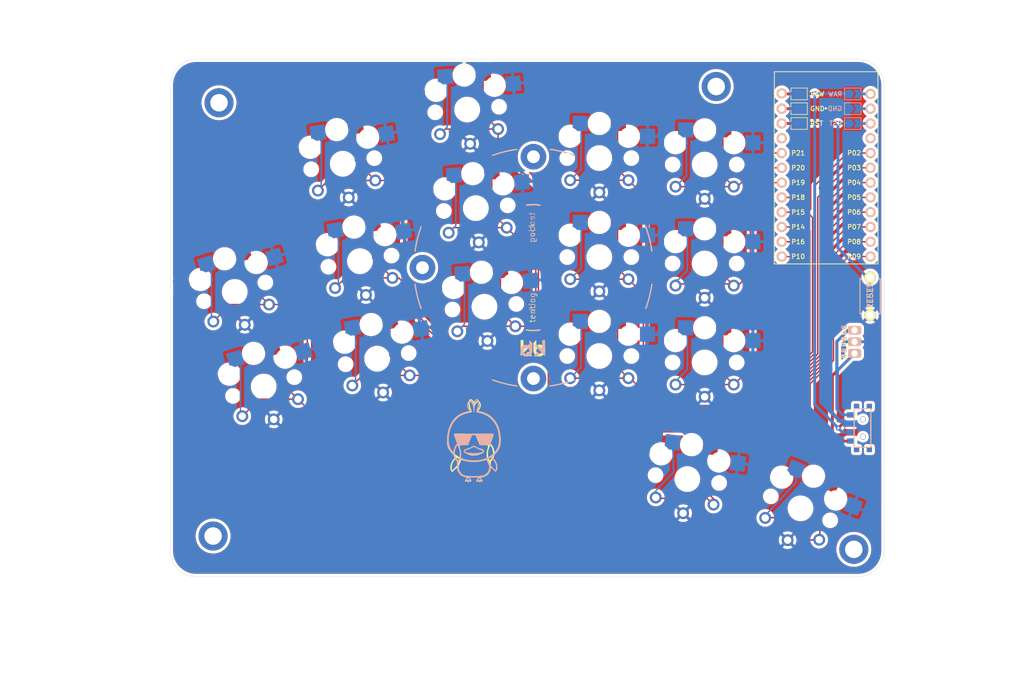
<source format=kicad_pcb>
(kicad_pcb (version 20211014) (generator pcbnew)
  (title_block (title "board") (rev "v1.0.0") (company "Unknown"))
  (layers (0 "F.Cu" signal) (31 "B.Cu" signal) (34 "B.Paste" user) (35 "F.Paste" user) (36 "B.SilkS" user "B.Silkscreen") (37 "F.SilkS" user "F.Silkscreen") (38 "B.Mask" user) (39 "F.Mask" user) (44 "Edge.Cuts" user))
  (net 0 "")
  (net 1 "P6")
  (net 2 "GND")
  (net 3 "P5")
  (net 4 "P4")
  (net 5 "P3")
  (net 6 "P2")
  (net 7 "P18")
  (net 8 "P15")
  (net 9 "P14")
  (net 10 "P16")
  (net 11 "P10")
  (net 12 "P19")
  (net 13 "P20")
  (net 14 "P21")
  (net 15 "P7")
  (net 16 "P8")
  (net 17 "P9")
  (net 18 "RAW")
  (net 19 "RST")
  (net 20 "Braw")
  (footprint "kbd:ResetSW" (layer "F.Cu") (at 161.906791 -81.993254 90)
    (fp_text reference "B1" hide)
    (fp_text value "")
  )
  (footprint "Alaa:choc_hotswap_key" (layer "F.Cu") (at 71.38711 -104.745067 10)
    (fp_text reference "S11" hide)
    (fp_text value "" hide)
  )
  (footprint "Alaa:choc_hotswap_key" (layer "F.Cu") (at 94.221643 -97.114167 5)
    (fp_text reference "S15" hide)
    (fp_text value "" hide)
  )
  (footprint "Alaa:choc_hotswap_key" (layer "F.Cu") (at 115.424791 -88.712254)
    (fp_text reference "S21" hide)
    (fp_text value "" hide)
  )
  (footprint "" (layer "F.Cu") (at 49.130791 -40.793254)
    (fp_text reference "")
    (fp_text value "")
  )
  (footprint "E73:SPDT_C128955" (layer "F.Cu") (at 160.679791 -59.352254 -90)
    (fp_text reference "T1" hide)
    (fp_text value "" hide)
  )
  (footprint "E73:SPDT_C128955" (layer "F.Cu") (at 160.679791 -59.352254 -90)
    (fp_text reference "T2" hide)
    (fp_text value "" hide)
  )
  (footprint "Alaa:choc_hotswap_key" (layer "F.Cu") (at 133.505791 -87.611491)
    (fp_text reference "S29" hide)
    (fp_text value "" hide)
  )
  (footprint "" (layer "F.Cu") (at 50.146791 -115.215254)
    (fp_text reference "")
    (fp_text value "")
  )
  (footprint "LOGO" (layer "F.Cu") (at 93.819755 -55.859733)
    (fp_text reference "G***" hide)
    (fp_text value "LOGO" hide)
  )
  (footprint "Alaa:choc_hotswap_key" (layer "F.Cu") (at 149.959314 -45.552845 -22)
    (fp_text reference "S33" hide)
    (fp_text value "" hide)
  )
  (footprint "Alaa:choc_hotswap_key" (layer "F.Cu") (at 77.291148 -71.261603 10)
    (fp_text reference "S7" hide)
    (fp_text value "" hide)
  )
  (footprint "lib:bat" (layer "F.Cu") (at 159.239791 -74.162254 -90)
    (fp_text reference "PAD1" hide)
    (fp_text value "" hide)
  )
  (footprint "Alaa:choc_hotswap_key" (layer "F.Cu") (at 52.842259 -82.729963 17)
    (fp_text reference "S5" hide)
    (fp_text value "" hide)
  )
  (footprint "Alaa:choc_hotswap_key" (layer "F.Cu") (at 133.505791 -70.611491)
    (fp_text reference "S27" hide)
    (fp_text value "" hide)
  )
  (footprint "Alaa:choc_hotswap_key" (layer "F.Cu") (at 74.339129 -88.003335 10)
    (fp_text reference "S9" hide)
    (fp_text value "" hide)
  )
  (footprint "Alaa:choc_hotswap_key" (layer "F.Cu") (at 95.703291 -80.178857 5)
    (fp_text reference "S13" hide)
    (fp_text value "" hide)
  )
  (footprint "Alaa:choc_hotswap_key" (layer "F.Cu") (at 133.513229 -104.608987)
    (fp_text reference "S23" hide)
    (fp_text value "" hide)
  )
  (footprint "Alaa:choc_hotswap_key" (layer "F.Cu") (at 92.739996 -114.049477 5)
    (fp_text reference "S17" hide)
    (fp_text value "" hide)
  )
  (footprint "" (layer "F.Cu") (at 159.112791 -38.507254)
    (fp_text reference "")
    (fp_text value "")
  )
  (footprint "" (layer "F.Cu") (at 135.490791 -118.009254)
    (fp_text reference "")
    (fp_text value "")
  )
  (footprint "Alaa:choc_hotswap_key" (layer "F.Cu") (at 130.533477 -50.576709 -7)
    (fp_text reference "S31" hide)
    (fp_text value "" hide)
  )
  (footprint "ProMicro" (layer "F.Cu") (at 154.357213 -102.769254 -90)
    (fp_text reference "MCU1" hide)
    (fp_text value "" hide)
  )
  (footprint "Alaa:choc_hotswap_key" (layer "F.Cu") (at 57.812578 -66.472782 17)
    (fp_text reference "S3" hide)
    (fp_text value "" hide)
  )
  (footprint "Alaa:Tenting_Puck_3_Holes" (layer "F.Cu") (at 104.121791 -86.894254)
    (fp_text reference "REF**")
    (fp_text value "Tenting Puck")
  )
  (footprint "Alaa:choc_hotswap_key" (layer "F.Cu") (at 115.424791 -105.712254)
    (fp_text reference "S23" hide)
    (fp_text value "" hide)
  )
  (footprint "Alaa:choc_hotswap_key" (layer "F.Cu") (at 115.424791 -71.712254)
    (fp_text reference "S19" hide)
    (fp_text value "" hide)
  )
  (footprint "LOGO" (layer "B.Cu") (at 93.98 -55.88 180)
    (fp_text reference "G***" hide)
    (fp_text value "LOGO" hide)
  )
  (gr_line (start 164.316185 -38.254903) (end 164.319791 -118.263254) (layer "Edge.Cuts") (width 0.05))
  (gr_arc (start 46.209791 -33.808254) (mid 43.066701 -35.110164) (end 41.764791 -38.253254) (layer "Edge.Cuts") (width 0.05))
  (gr_arc (start 159.874791 -122.708254) (mid 163.017881 -121.406344) (end 164.319791 -118.263254) (layer "Edge.Cuts") (width 0.05))
  (gr_line (start 46.209791 -33.808254) (end 159.871185 -33.809903) (layer "Edge.Cuts") (width 0.05))
  (gr_line (start 41.761149 -118.266118) (end 41.764791 -38.253254) (layer "Edge.Cuts") (width 0.05))
  (gr_line (start 159.874791 -122.708254) (end 46.206149 -122.711118) (layer "Edge.Cuts") (width 0.05))
  (gr_arc (start 41.761149 -118.266118) (mid 43.063059 -121.409208) (end 46.206149 -122.711118) (layer "Edge.Cuts") (width 0.05))
  (gr_arc (start 164.316185 -38.254903) (mid 163.014275 -35.111813) (end 159.871185 -33.809903) (layer "Edge.Cuts") (width 0.05))
  (segment (start 65.297412 -69.322588) (end 65.297412 -78.74) (width 0.25) (layer "F.Cu") (net 1))
  (segment (start 58.734795 -80.557863) (end 52.095465 -80.557863) (width 0.25) (layer "F.Cu") (net 1))
  (segment (start 54.234545 -89.377494) (end 54.234545 -85.058113) (width 0.25) (layer "F.Cu") (net 1))
  (segment (start 52.095465 -80.557863) (end 49.171748 -77.634146) (width 0.25) (layer "F.Cu") (net 1))
  (segment (start 54.234545 -85.058113) (end 58.734795 -80.557863) (width 0.25) (layer "F.Cu") (net 1))
  (segment (start 161.977213 -96.419254) (end 157.969791 -96.419254) (width 0.25) (layer "F.Cu") (net 1))
  (segment (start 63.479549 -80.557863) (end 58.734795 -80.557863) (width 0.25) (layer "F.Cu") (net 1))
  (segment (start 81.024544 -63.5) (end 71.12 -63.5) (width 0.25) (layer "F.Cu") (net 1))
  (segment (start 102.470863 -63.594774) (end 94.028116 -72.037521) (width 0.25) (layer "F.Cu") (net 1))
  (segment (start 108.879989 -60.800774) (end 106.085988 -63.594774) (width 0.25) (layer "F.Cu") (net 1))
  (segment (start 153.87619 -71.118807) (end 153.87619 -71.118089) (width 0.25) (layer "F.Cu") (net 1))
  (segment (start 125.012863 -59.149774) (end 123.361863 -60.800774) (width 0.25) (layer "F.Cu") (net 1))
  (segment (start 123.361863 -60.800774) (end 108.879989 -60.800774) (width 0.25) (layer "F.Cu") (net 1))
  (segment (start 89.562066 -72.037521) (end 81.024544 -63.5) (width 0.25) (layer "F.Cu") (net 1))
  (segment (start 65.297412 -78.74) (end 63.479549 -80.557863) (width 0.25) (layer "F.Cu") (net 1))
  (segment (start 154.628374 -93.117254) (end 154.268471 -92.757351) (width 0.25) (layer "F.Cu") (net 1))
  (segment (start 157.969791 -96.419254) (end 154.628374 -93.077837) (width 0.25) (layer "F.Cu") (net 1))
  (segment (start 153.87619 -71.118089) (end 141.907875 -59.149774) (width 0.25) (layer "F.Cu") (net 1))
  (segment (start 154.268471 -92.757351) (end 154.268471 -71.511089) (width 0.25) (layer "F.Cu") (net 1))
  (segment (start 94.028116 -72.037521) (end 89.562066 -72.037521) (width 0.25) (layer "F.Cu") (net 1))
  (segment (start 141.907875 -59.149774) (end 125.012863 -59.149774) (width 0.25) (layer "F.Cu") (net 1))
  (segment (start 154.268471 -71.511089) (end 153.87619 -71.118807) (width 0.25) (layer "F.Cu") (net 1))
  (segment (start 106.085988 -63.594774) (end 102.470863 -63.594774) (width 0.25) (layer "F.Cu") (net 1))
  (segment (start 71.12 -63.5) (end 65.297412 -69.322588) (width 0.25) (layer "F.Cu") (net 1))
  (segment (start 47.655954 -88.184596) (end 48.856953 -86.983597) (width 0.25) (layer "B.Cu") (net 1))
  (segment (start 48.856953 -86.983597) (end 48.856953 -78.356283) (width 0.25) (layer "B.Cu") (net 1))
  (segment (start 154.256703 -114.199254) (end 150.44369 -114.199254) (width 0.5) (layer "F.Cu") (net 2))
  (segment (start 154.304587 -114.247138) (end 154.256703 -114.199254) (width 0.5) (layer "F.Cu") (net 2))
  (via (at 154.304587 -114.247138) (size 0.8) (drill 0.4) (layers "F.Cu" "B.Cu") (net 2))
  (segment (start 154.329345 -114.22238) (end 154.352471 -114.199254) (width 0.5) (layer "B.Cu") (net 2))
  (segment (start 154.352471 -114.199254) (end 158.19369 -114.199254) (width 0.5) (layer "B.Cu") (net 2))
  (segment (start 89.375867 -72.487041) (end 94.214315 -72.487041) (width 0.25) (layer "F.Cu") (net 3))
  (segment (start 94.214315 -72.487041) (end 102.657062 -64.044294) (width 0.25) (layer "F.Cu") (net 3))
  (segment (start 106.272187 -64.044294) (end 109.066187 -61.250294) (width 0.25) (layer "F.Cu") (net 3))
  (segment (start 153.42667 -71.305005) (end 153.818951 -71.697286) (width 0.25) (layer "F.Cu") (net 3))
  (segment (start 102.657062 -64.044294) (end 106.272187 -64.044294) (width 0.25) (layer "F.Cu") (net 3))
  (segment (start 123.548061 -61.250294) (end 125.199061 -59.599294) (width 0.25) (layer "F.Cu") (net 3))
  (segment (start 109.066187 -61.250294) (end 123.548061 -61.250294) (width 0.25) (layer "F.Cu") (net 3))
  (segment (start 79.483187 -71.779437) (end 82.87505 -68.387574) (width 0.25) (layer "F.Cu") (net 3))
  (segment (start 153.818951 -94.808414) (end 157.969791 -98.959254) (width 0.25) (layer "F.Cu") (net 3))
  (segment (start 85.2764 -68.387574) (end 89.375867 -72.487041) (width 0.25) (layer "F.Cu") (net 3))
  (segment (start 82.87505 -68.387574) (end 74.763453 -68.387574) (width 0.25) (layer "F.Cu") (net 3))
  (segment (start 79.483187 -77.689907) (end 79.483187 -71.779437) (width 0.25) (layer "F.Cu") (net 3))
  (segment (start 153.818951 -71.697286) (end 153.818951 -94.808414) (width 0.25) (layer "F.Cu") (net 3))
  (segment (start 125.199061 -59.599294) (end 141.721677 -59.599294) (width 0.25) (layer "F.Cu") (net 3))
  (segment (start 74.763453 -68.387574) (end 73.026972 -66.651093) (width 0.25) (layer "F.Cu") (net 3))
  (segment (start 82.87505 -68.387574) (end 85.2764 -68.387574) (width 0.25) (layer "F.Cu") (net 3))
  (segment (start 157.969791 -98.959254) (end 161.977213 -98.959254) (width 0.25) (layer "F.Cu") (net 3))
  (segment (start 141.721677 -59.599294) (end 153.42667 -71.304287) (width 0.25) (layer "F.Cu") (net 3))
  (segment (start 153.42667 -71.304287) (end 153.42667 -71.305005) (width 0.25) (layer "F.Cu") (net 3))
  (segment (start 73.59045 -67.214571) (end 73.026972 -66.651093) (width 0.25) (layer "B.Cu") (net 3))
  (segment (start 73.032696 -76.552511) (end 73.59045 -75.994757) (width 0.25) (layer "B.Cu") (net 3))
  (segment (start 73.59045 -75.994757) (end 73.59045 -67.214571) (width 0.25) (layer "B.Cu") (net 3))
  (segment (start 76.531168 -88.521169) (end 79.923031 -85.129306) (width 0.25) (layer "F.Cu") (net 4))
  (segment (start 157.969791 -101.499254) (end 161.977213 -101.499254) (width 0.25) (layer "F.Cu") (net 4))
  (segment (start 76.531168 -94.431639) (end 76.531168 -88.521169) (width 0.25) (layer "F.Cu") (net 4))
  (segment (start 109.252385 -61.699814) (end 123.734258 -61.699814) (width 0.25) (layer "F.Cu") (net 4))
  (segment (start 102.843259 -64.493814) (end 106.458384 -64.493814) (width 0.25) (layer "F.Cu") (net 4))
  (segment (start 84.38648 -81.737565) (end 84.38648 -77.933067) (width 0.25) (layer "F.Cu") (net 4))
  (segment (start 152.97715 -71.491203) (end 153.369431 -71.883487) (width 0.25) (layer "F.Cu") (net 4))
  (segment (start 94.400512 -72.936561) (end 102.843259 -64.493814) (width 0.25) (layer "F.Cu") (net 4))
  (segment (start 153.369431 -96.852113) (end 153.698572 -97.181254) (width 0.25) (layer "F.Cu") (net 4))
  (segment (start 123.734258 -61.699814) (end 125.385258 -60.048814) (width 0.25) (layer "F.Cu") (net 4))
  (segment (start 84.38648 -77.933067) (end 89.382986 -72.936561) (width 0.25) (layer "F.Cu") (net 4))
  (segment (start 79.923031 -85.129306) (end 71.811434 -85.129306) (width 0.25) (layer "F.Cu") (net 4))
  (segment (start 141.535479 -60.048814) (end 152.97715 -71.490485) (width 0.25) (layer "F.Cu") (net 4))
  (segment (start 125.385258 -60.048814) (end 141.535479 -60.048814) (width 0.25) (layer "F.Cu") (net 4))
  (segment (start 106.458384 -64.493814) (end 109.252385 -61.699814) (width 0.25) (layer "F.Cu") (net 4))
  (segment (start 80.994739 -85.129306) (end 84.38648 -81.737565) (width 0.25) (layer "F.Cu") (net 4))
  (segment (start 152.97715 -71.490485) (end 152.97715 -71.491203) (width 0.25) (layer "F.Cu") (net 4))
  (segment (start 71.811434 -85.129306) (end 70.074953 -83.392825) (width 0.25) (layer "F.Cu") (net 4))
  (segment (start 79.923031 -85.129306) (end 80.994739 -85.129306) (width 0.25) (layer "F.Cu") (net 4))
  (segment (start 153.698572 -97.228035) (end 157.969791 -101.499254) (width 0.25) (layer "F.Cu") (net 4))
  (segment (start 153.369431 -71.883487) (end 153.369431 -96.852113) (width 0.25) (layer "F.Cu") (net 4))
  (segment (start 89.382986 -72.936561) (end 94.400512 -72.936561) (width 0.25) (layer "F.Cu") (net 4))
  (segment (start 70.638431 -83.956303) (end 70.074953 -83.392825) (width 0.25) (layer "B.Cu") (net 4))
  (segment (start 70.638431 -92.736489) (end 70.638431 -83.956303) (width 0.25) (layer "B.Cu") (net 4))
  (segment (start 70.080677 -93.294243) (end 70.638431 -92.736489) (width 0.25) (layer "B.Cu") (net 4))
  (segment (start 68.859415 -101.871038) (end 67.122934 -100.134557) (width 0.25) (layer "F.Cu") (net 5))
  (segment (start 103.029456 -64.943334) (end 106.644582 -64.943334) (width 0.25) (layer "F.Cu") (net 5))
  (segment (start 73.579149 -111.173371) (end 73.579149 -105.262901) (width 0.25) (layer "F.Cu") (net 5))
  (segment (start 89.569184 -73.386081) (end 94.586709 -73.386081) (width 0.25) (layer "F.Cu") (net 5))
  (segment (start 152.52763 -71.676683) (end 152.52763 -71.677401) (width 0.25) (layer "F.Cu") (net 5))
  (segment (start 84.836 -81.923762) (end 84.836 -78.119265) (width 0.25) (layer "F.Cu") (net 5))
  (segment (start 79.561162 -101.871038) (end 81.858703 -99.573497) (width 0.25) (layer "F.Cu") (net 5))
  (segment (start 76.971012 -101.871038) (end 79.561162 -101.871038) (width 0.25) (layer "F.Cu") (net 5))
  (segment (start 141.349281 -60.498334) (end 152.52763 -71.676683) (width 0.25) (layer "F.Cu") (net 5))
  (segment (start 123.920455 -62.149334) (end 125.571455 -60.498334) (width 0.25) (layer "F.Cu") (net 5))
  (segment (start 76.971012 -101.871038) (end 68.859415 -101.871038) (width 0.25) (layer "F.Cu") (net 5))
  (segment (start 152.919911 -72.069684) (end 152.919911 -98.989374) (width 0.25) (layer "F.Cu") (net 5))
  (segment (start 94.586709 -73.386081) (end 103.029456 -64.943334) (width 0.25) (layer "F.Cu") (net 5))
  (segment (start 152.919911 -98.989374) (end 157.969791 -104.039254) (width 0.25) (layer "F.Cu") (net 5))
  (segment (start 106.644582 -64.943334) (end 109.438583 -62.149334) (width 0.25) (layer "F.Cu") (net 5))
  (segment (start 157.969791 -104.039254) (end 161.977213 -104.039254) (width 0.25) (layer "F.Cu") (net 5))
  (segment (start 152.52763 -71.677401) (end 152.919911 -72.069684) (width 0.25) (layer "F.Cu") (net 5))
  (segment (start 109.438583 -62.149334) (end 123.920455 -62.149334) (width 0.25) (layer "F.Cu") (net 5))
  (segment (start 125.571455 -60.498334) (end 141.349281 -60.498334) (width 0.25) (layer "F.Cu") (net 5))
  (segment (start 81.858703 -99.573497) (end 81.858703 -84.90106) (width 0.25) (layer "F.Cu") (net 5))
  (segment (start 73.579149 -105.262901) (end 76.971012 -101.871038) (width 0.25) (layer "F.Cu") (net 5))
  (segment (start 84.836 -78.119265) (end 89.569184 -73.386081) (width 0.25) (layer "F.Cu") (net 5))
  (segment (start 81.858703 -84.90106) (end 84.836 -81.923762) (width 0.25) (layer "F.Cu") (net 5))
  (segment (start 67.686412 -100.698035) (end 67.122934 -100.134557) (width 0.25) (layer "B.Cu") (net 5))
  (segment (start 67.128658 -110.035975) (end 67.686412 -109.478221) (width 0.25) (layer "B.Cu") (net 5))
  (segment (start 67.686412 -109.478221) (end 67.686412 -100.698035) (width 0.25) (layer "B.Cu") (net 5))
  (segment (start 109.624781 -62.598854) (end 124.106656 -62.598854) (width 0.25) (layer "F.Cu") (net 6))
  (segment (start 91.925067 -76.829096) (end 91.053509 -75.957538) (width 0.25) (layer "F.Cu") (net 6))
  (segment (start 106.68 -65.543635) (end 109.624781 -62.598854) (width 0.25) (layer "F.Cu") (net 6))
  (segment (start 102.844128 -76.829096) (end 104.07916 -75.594064) (width 0.25) (layer "F.Cu") (net 6))
  (segment (start 157.969791 -106.579254) (end 161.977213 -106.579254) (width 0.25) (layer "F.Cu") (net 6))
  (segment (start 104.07916 -73.484347) (end 106.68 -70.883507) (width 0.25) (layer "F.Cu") (net 6))
  (segment (start 101.015456 -76.829096) (end 98.447252 -79.3973) (width 0.25) (layer "F.Cu") (net 6))
  (segment (start 104.07916 -75.594064) (end 104.07916 -73.484347) (width 0.25) (layer "F.Cu") (net 6))
  (segment (start 98.447252 -79.3973) (end 98.447252 -86.391651) (width 0.25) (layer "F.Cu") (net 6))
  (segment (start 141.163083 -60.947854) (end 152.07811 -71.862881) (width 0.25) (layer "F.Cu") (net 6))
  (segment (start 106.68 -70.883507) (end 106.68 -65.543635) (width 0.25) (layer "F.Cu") (net 6))
  (segment (start 124.106656 -62.598854) (end 125.757656 -60.947854) (width 0.25) (layer "F.Cu") (net 6))
  (segment (start 101.015456 -76.829096) (end 102.844128 -76.829096) (width 0.25) (layer "F.Cu") (net 6))
  (segment (start 152.07811 -71.863599) (end 152.470391 -72.255881) (width 0.25) (layer "F.Cu") (net 6))
  (segment (start 152.07811 -71.862881) (end 152.07811 -71.863599) (width 0.25) (layer "F.Cu") (net 6))
  (segment (start 125.757656 -60.947854) (end 141.163083 -60.947854) (width 0.25) (layer "F.Cu") (net 6))
  (segment (start 101.015456 -76.829096) (end 91.925067 -76.829096) (width 0.25) (layer "F.Cu") (net 6))
  (segment (start 152.799532 -101.408995) (end 157.969791 -106.579254) (width 0.25) (layer "F.Cu") (net 6))
  (segment (start 152.470391 -72.255881) (end 152.470391 -101.043113) (width 0.25) (layer "F.Cu") (net 6))
  (segment (start 152.470391 -101.043113) (end 152.799532 -101.372254) (width 0.25) (layer "F.Cu") (net 6))
  (segment (start 92.270004 -77.174033) (end 91.053509 -75.957538) (width 0.25) (layer "B.Cu") (net 6))
  (segment (start 91.922177 -85.82078) (end 92.270004 -85.472953) (width 0.25) (layer "B.Cu") (net 6))
  (segment (start 92.270004 -85.472953) (end 92.270004 -77.174033) (width 0.25) (layer "B.Cu") (net 6))
  (segment (start 99.533808 -93.764406) (end 90.443419 -93.764406) (width 0.25) (layer "F.Cu") (net 7))
  (segment (start 148.571791 -98.959254) (end 146.737213 -98.959254) (width 0.25) (layer "F.Cu") (net 7))
  (segment (start 96.965604 -96.33261) (end 99.533808 -93.764406) (width 0.25) (layer "F.Cu") (net 7))
  (segment (start 151.62859 -72.049797) (end 152.020871 -72.442078) (width 0.25) (layer "F.Cu") (net 7))
  (segment (start 107.12952 -71.069704) (end 107.12952 -65.729833) (width 0.25) (layer "F.Cu") (net 7))
  (segment (start 125.943853 -61.397374) (end 140.976885 -61.397374) (width 0.25) (layer "F.Cu") (net 7))
  (segment (start 152.020871 -95.510174) (end 148.571791 -98.959254) (width 0.25) (layer "F.Cu") (net 7))
  (segment (start 151.62859 -72.049079) (end 151.62859 -72.049797) (width 0.25) (layer "F.Cu") (net 7))
  (segment (start 104.52868 -73.670546) (end 107.12952 -71.069704) (width 0.25) (layer "F.Cu") (net 7))
  (segment (start 96.965604 -103.326961) (end 96.965604 -96.33261) (width 0.25) (layer "F.Cu") (net 7))
  (segment (start 152.020871 -72.442078) (end 152.020871 -95.510174) (width 0.25) (layer "F.Cu") (net 7))
  (segment (start 104.52868 -88.769534) (end 104.52868 -73.670546) (width 0.25) (layer "F.Cu") (net 7))
  (segment (start 140.976885 -61.397374) (end 151.62859 -72.049079) (width 0.25) (layer "F.Cu") (net 7))
  (segment (start 124.292853 -63.048374) (end 125.943853 -61.397374) (width 0.25) (layer "F.Cu") (net 7))
  (segment (start 90.443419 -93.764406) (end 89.571861 -92.892848) (width 0.25) (layer "F.Cu") (net 7))
  (segment (start 109.810979 -63.048374) (end 124.292853 -63.048374) (width 0.25) (layer "F.Cu") (net 7))
  (segment (start 107.12952 -65.729833) (end 109.810979 -63.048374) (width 0.25) (layer "F.Cu") (net 7))
  (segment (start 99.533808 -93.764406) (end 104.52868 -88.769534) (width 0.25) (layer "F.Cu") (net 7))
  (segment (start 90.788356 -94.109343) (end 89.571861 -92.892848) (width 0.25) (layer "B.Cu") (net 7))
  (segment (start 90.440529 -102.75609) (end 90.788356 -102.408263) (width 0.25) (layer "B.Cu") (net 7))
  (segment (start 90.788356 -102.408263) (end 90.788356 -94.109343) (width 0.25) (layer "B.Cu") (net 7))
  (segment (start 104.9782 -73.856744) (end 107.57904 -71.255902) (width 0.25) (layer "F.Cu") (net 8))
  (segment (start 104.9782 -100.61575) (end 104.9782 -73.856744) (width 0.25) (layer "F.Cu") (net 8))
  (segment (start 151.17907 -72.235995) (end 151.571351 -72.628278) (width 0.25) (layer "F.Cu") (net 8))
  (segment (start 95.483957 -120.262271) (end 95.483957 -113.26792) (width 0.25) (layer "F.Cu") (net 8))
  (segment (start 151.571351 -72.628278) (end 151.571351 -93.165694) (width 0.25) (layer "F.Cu") (net 8))
  (segment (start 124.47905 -63.497894) (end 126.13005 -61.846894) (width 0.25) (layer "F.Cu") (net 8))
  (segment (start 109.997177 -63.497894) (end 124.47905 -63.497894) (width 0.25) (layer "F.Cu") (net 8))
  (segment (start 151.571351 -93.165694) (end 148.317791 -96.419254) (width 0.25) (layer "F.Cu") (net 8))
  (segment (start 148.317791 -96.419254) (end 146.737213 -96.419254) (width 0.25) (layer "F.Cu") (net 8))
  (segment (start 98.052161 -107.541789) (end 104.9782 -100.61575) (width 0.25) (layer "F.Cu") (net 8))
  (segment (start 88.961772 -110.699716) (end 88.090214 -109.828158) (width 0.25) (layer "F.Cu") (net 8))
  (segment (start 107.57904 -65.916031) (end 109.997177 -63.497894) (width 0.25) (layer "F.Cu") (net 8))
  (segment (start 140.790687 -61.846894) (end 151.17907 -72.235277) (width 0.25) (layer "F.Cu") (net 8))
  (segment (start 98.052161 -110.699716) (end 88.961772 -110.699716) (width 0.25) (layer "F.Cu") (net 8))
  (segment (start 126.13005 -61.846894) (end 140.790687 -61.846894) (width 0.25) (layer "F.Cu") (net 8))
  (segment (start 95.483957 -113.26792) (end 98.052161 -110.699716) (width 0.25) (layer "F.Cu") (net 8))
  (segment (start 151.17907 -72.235277) (end 151.17907 -72.235995) (width 0.25) (layer "F.Cu") (net 8))
  (segment (start 107.57904 -71.255902) (end 107.57904 -65.916031) (width 0.25) (layer "F.Cu") (net 8))
  (segment (start 98.052161 -110.699716) (end 98.052161 -107.541789) (width 0.25) (layer "F.Cu") (net 8))
  (segment (start 89.306709 -111.044653) (end 88.090214 -109.828158) (width 0.25) (layer "B.Cu") (net 8))
  (segment (start 89.306709 -119.343573) (end 89.306709 -111.044653) (width 0.25) (layer "B.Cu") (net 8))
  (segment (start 88.958882 -119.6914) (end 89.306709 -119.343573) (width 0.25) (layer "B.Cu") (net 8))
  (segment (start 140.604489 -62.296414) (end 150.72955 -72.421475) (width 0.25) (layer "F.Cu") (net 9))
  (segment (start 120.424791 -67.912254) (end 120.700411 -67.912254) (width 0.25) (layer "F.Cu") (net 9))
  (segment (start 120.424791 -67.912254) (end 110.424791 -67.912254) (width 0.25) (layer "F.Cu") (net 9))
  (segment (start 118.55027 -77.512733) (end 118.55027 -69.786775) (width 0.25) (layer "F.Cu") (net 9))
  (segment (start 126.31625 -62.296414) (end 140.604489 -62.296414) (width 0.25) (layer "F.Cu") (net 9))
  (segment (start 148.190791 -93.879254) (end 146.737213 -93.879254) (width 0.25) (layer "F.Cu") (net 9))
  (segment (start 150.72955 -72.421475) (end 150.72955 -72.422193) (width 0.25) (layer "F.Cu") (net 9))
  (segment (start 151.121831 -72.814475) (end 151.121831 -90.948214) (width 0.25) (layer "F.Cu") (net 9))
  (segment (start 118.55027 -69.786775) (end 120.424791 -67.912254) (width 0.25) (layer "F.Cu") (net 9))
  (segment (start 120.700411 -67.912254) (end 126.31625 -62.296414) (width 0.25) (layer "F.Cu") (net 9))
  (segment (start 150.72955 -72.422193) (end 151.121831 -72.814475) (width 0.25) (layer "F.Cu") (net 9))
  (segment (start 151.121831 -90.948214) (end 148.190791 -93.879254) (width 0.25) (layer "F.Cu") (net 9))
  (segment (start 118.699791 -77.662254) (end 118.55027 -77.512733) (width 0.25) (layer "F.Cu") (net 9))
  (segment (start 112.299312 -78.055712) (end 112.299312 -69.786775) (width 0.25) (layer "B.Cu") (net 9))
  (segment (start 112.299312 -69.786775) (end 110.424791 -67.912254) (width 0.25) (layer "B.Cu") (net 9))
  (segment (start 148.317791 -91.339254) (end 146.737213 -91.339254) (width 0.25) (layer "F.Cu") (net 10))
  (segment (start 118.55027 -86.786775) (end 120.424791 -84.912254) (width 0.25) (layer "F.Cu") (net 10))
  (segment (start 110.424791 -84.912254) (end 120.424791 -84.912254) (width 0.25) (layer "F.Cu") (net 10))
  (segment (start 150.672311 -88.984734) (end 148.317791 -91.339254) (width 0.25) (layer "F.Cu") (net 10))
  (segment (start 150.28003 -72.608391) (end 150.672311 -73.000672) (width 0.25) (layer "F.Cu") (net 10))
  (segment (start 122.979898 -66.268484) (end 126.502448 -62.745934) (width 0.25) (layer "F.Cu") (net 10))
  (segment (start 118.55027 -94.512733) (end 118.55027 -86.786775) (width 0.25) (layer "F.Cu") (net 10))
  (segment (start 140.418291 -62.745934) (end 150.28003 -72.607673) (width 0.25) (layer "F.Cu") (net 10))
  (segment (start 126.502448 -62.745934) (end 140.418291 -62.745934) (width 0.25) (layer "F.Cu") (net 10))
  (segment (start 150.28003 -72.607673) (end 150.28003 -72.608391) (width 0.25) (layer "F.Cu") (net 10))
  (segment (start 150.672311 -73.000672) (end 150.672311 -88.984734) (width 0.25) (layer "F.Cu") (net 10))
  (segment (start 120.424791 -84.912254) (end 122.979898 -82.357147) (width 0.25) (layer "F.Cu") (net 10))
  (segment (start 122.979898 -82.357147) (end 122.979898 -66.268484) (width 0.25) (layer "F.Cu") (net 10))
  (segment (start 118.699791 -94.662254) (end 118.55027 -94.512733) (width 0.25) (layer "F.Cu") (net 10))
  (segment (start 112.299312 -95.055712) (end 112.299312 -86.786775) (width 0.25) (layer "B.Cu") (net 10))
  (segment (start 112.299312 -86.786775) (end 110.424791 -84.912254) (width 0.25) (layer "B.Cu") (net 10))
  (segment (start 118.55027 -111.512733) (end 118.55027 -103.786775) (width 0.25) (layer "F.Cu") (net 11))
  (segment (start 140.138389 -63.195454) (end 149.736806 -72.793871) (width 0.25) (layer "F.Cu") (net 11))
  (segment (start 150.222791 -86.894254) (end 148.317791 -88.799254) (width 0.25) (layer "F.Cu") (net 11))
  (segment (start 120.424791 -101.912254) (end 110.424791 -101.912254) (width 0.25) (layer "F.Cu") (net 11))
  (segment (start 118.699791 -111.662254) (end 118.55027 -111.512733) (width 0.25) (layer "F.Cu") (net 11))
  (segment (start 123.429418 -98.907627) (end 123.429418 -66.454682) (width 0.25) (layer "F.Cu") (net 11))
  (segment (start 120.424791 -101.912254) (end 123.429418 -98.907627) (width 0.25) (layer "F.Cu") (net 11))
  (segment (start 150.222791 -73.186869) (end 150.222791 -86.894254) (width 0.25) (layer "F.Cu") (net 11))
  (segment (start 126.688646 -63.195454) (end 140.232093 -63.195454) (width 0.25) (layer "F.Cu") (net 11))
  (segment (start 149.83051 -72.794589) (end 150.222791 -73.186869) (width 0.25) (layer "F.Cu") (net 11))
  (segment (start 149.83051 -72.793871) (end 149.83051 -72.794589) (width 0.25) (layer "F.Cu") (net 11))
  (segment (start 123.429418 -66.454682) (end 126.688646 -63.195454) (width 0.25) (layer "F.Cu") (net 11))
  (segment (start 148.317791 -88.799254) (end 146.737213 -88.799254) (width 0.25) (layer "F.Cu") (net 11))
  (segment (start 118.55027 -103.786775) (end 120.424791 -101.912254) (width 0.25) (layer "F.Cu") (net 11))
  (segment (start 112.299312 -103.786775) (end 110.424791 -101.912254) (width 0.25) (layer "B.Cu") (net 11))
  (segment (start 112.299312 -112.055712) (end 112.299312 -103.786775) (width 0.25) (layer "B.Cu") (net 11))
  (segment (start 145.396791 -101.499254) (end 146.737213 -101.499254) (width 0.25) (layer "F.Cu") (net 12))
  (segment (start 138.505791 -66.811491) (end 138.555324 -66.811491) (width 0.25) (layer "F.Cu") (net 12))
  (segment (start 136.617566 -68.699716) (end 136.617566 -77.385733) (width 0.25) (layer "F.Cu") (net 12))
  (segment (start 141.814698 -70.070865) (end 141.814698 -97.917161) (width 0.25) (layer "F.Cu") (net 12))
  (segment (start 138.505791 -66.811491) (end 136.617566 -68.699716) (width 0.25) (layer "F.Cu") (net 12))
  (segment (start 141.814698 -97.917161) (end 145.396791 -101.499254) (width 0.25) (layer "F.Cu") (net 12))
  (segment (start 128.505791 -66.811491) (end 138.505791 -66.811491) (width 0.25) (layer "F.Cu") (net 12))
  (segment (start 138.555324 -66.811491) (end 141.814698 -70.070865) (width 0.25) (layer "F.Cu") (net 12))
  (segment (start 130.546753 -69.40851) (end 128.352512 -67.214269) (width 0.25) (layer "B.Cu") (net 12))
  (segment (start 130.546753 -76.495028) (end 130.546753 -69.40851) (width 0.25) (layer "B.Cu") (net 12))
  (segment (start 141.365178 -100.642641) (end 141.365178 -85.948076) (width 0.25) (layer "F.Cu") (net 13))
  (segment (start 128.794554 -84.100254) (end 138.217028 -84.100254) (width 0.25) (layer "F.Cu") (net 13))
  (segment (start 144.761791 -104.039254) (end 141.365178 -100.642641) (width 0.25) (layer "F.Cu") (net 13))
  (segment (start 141.365178 -85.948076) (end 139.228593 -83.811491) (width 0.25) (layer "F.Cu") (net 13))
  (segment (start 139.228593 -83.811491) (end 138.505791 -83.811491) (width 0.25) (layer "F.Cu") (net 13))
  (segment (start 146.737213 -104.039254) (end 144.761791 -104.039254) (width 0.25) (layer "F.Cu") (net 13))
  (segment (start 128.505791 -83.811491) (end 128.794554 -84.100254) (width 0.25) (layer "F.Cu") (net 13))
  (segment (start 136.617566 -85.699716) (end 136.617566 -94.385733) (width 0.25) (layer "F.Cu") (net 13))
  (segment (start 138.217028 -84.100254) (end 138.505791 -83.811491) (width 0.25) (layer "F.Cu") (net 13))
  (segment (start 138.505791 -83.811491) (end 136.617566 -85.699716) (width 0.25) (layer "F.Cu") (net 13))
  (segment (start 130.546753 -93.495028) (end 130.546753 -86.40851) (width 0.25) (layer "B.Cu") (net 13))
  (segment (start 128.923497 -84.785254) (end 128.492087 -84.785254) (width 0.25) (layer "B.Cu") (net 13))
  (segment (start 130.546753 -86.40851) (end 128.923497 -84.785254) (width 0.25) (layer "B.Cu") (net 13))
  (segment (start 138.513229 -100.808987) (end 139.118524 -100.808987) (width 0.25) (layer "F.Cu") (net 14))
  (segment (start 136.788229 -110.558987) (end 136.638708 -110.409466) (width 0.25) (layer "F.Cu") (net 14))
  (segment (start 139.118524 -100.808987) (end 144.888791 -106.579254) (width 0.25) (layer "F.Cu") (net 14))
  (segment (start 144.888791 -106.579254) (end 146.737213 -106.579254) (width 0.25) (layer "F.Cu") (net 14))
  (segment (start 136.638708 -102.683508) (end 138.513229 -100.808987) (width 0.25) (layer "F.Cu") (net 14))
  (segment (start 138.513229 -100.808987) (end 128.513229 -100.808987) (width 0.25) (layer "F.Cu") (net 14))
  (segment (start 136.638708 -110.409466) (end 136.638708 -102.683508) (width 0.25) (layer "F.Cu") (net 14))
  (segment (start 130.38775 -102.683508) (end 128.513229 -100.808987) (width 0.25) (layer "B.Cu") (net 14))
  (segment (start 130.38775 -110.952445) (end 130.38775 -102.683508) (width 0.25) (layer "B.Cu") (net 14))
  (segment (start 123.175666 -60.351254) (end 108.693791 -60.351254) (width 0.25) (layer "F.Cu") (net 15))
  (segment (start 161.977213 -93.879254) (end 157.969791 -93.879254) (width 0.25) (layer "F.Cu") (net 15))
  (segment (start 154.717991 -90.598351) (end 154.717991 -71.324892) (width 0.25) (layer "F.Cu") (net 15))
  (segment (start 89.748263 -71.588001) (end 81.210741 -63.05048) (width 0.25) (layer "F.Cu") (net 15))
  (segment (start 93.841919 -71.588001) (end 89.748263 -71.588001) (width 0.25) (layer "F.Cu") (net 15))
  (segment (start 59.204864 -68.800932) (end 63.705114 -64.300682) (width 0.25) (layer "F.Cu") (net 15))
  (segment (start 142.094073 -58.700254) (end 124.826666 -58.700254) (width 0.25) (layer "F.Cu") (net 15))
  (segment (start 64.955316 -63.05048) (end 63.705114 -64.300682) (width 0.25) (layer "F.Cu") (net 15))
  (segment (start 105.899791 -63.145254) (end 102.284666 -63.145254) (width 0.25) (layer "F.Cu") (net 15))
  (segment (start 155.077894 -90.958254) (end 154.717991 -90.598351) (width 0.25) (layer "F.Cu") (net 15))
  (segment (start 124.826666 -58.700254) (end 123.175666 -60.351254) (width 0.25) (layer "F.Cu") (net 15))
  (segment (start 157.969791 -93.879254) (end 155.077894 -90.987357) (width 0.25) (layer "F.Cu") (net 15))
  (segment (start 102.284666 -63.145254) (end 93.841919 -71.588001) (width 0.25) (layer "F.Cu") (net 15))
  (segment (start 63.705114 -64.300682) (end 57.065784 -64.300682) (width 0.25) (layer "F.Cu") (net 15))
  (segment (start 108.693791 -60.351254) (end 105.899791 -63.145254) (width 0.25) (layer "F.Cu") (net 15))
  (segment (start 154.32571 -70.932609) (end 154.32571 -70.931891) (width 0.25) (layer "F.Cu") (net 15))
  (segment (start 57.065784 -64.300682) (end 54.142067 -61.376965) (width 0.25) (layer "F.Cu") (net 15))
  (segment (start 154.32571 -70.931891) (end 142.094073 -58.700254) (width 0.25) (layer "F.Cu") (net 15))
  (segment (start 59.204864 -73.120313) (end 59.204864 -68.800932) (width 0.25) (layer "F.Cu") (net 15))
  (segment (start 154.717991 -71.324892) (end 154.32571 -70.932609) (width 0.25) (layer "F.Cu") (net 15))
  (segment (start 81.210741 -63.05048) (end 64.955316 -63.05048) (width 0.25) (layer "F.Cu") (net 15))
  (segment (start 52.626273 -71.927415) (end 53.827272 -70.726416) (width 0.25) (layer "B.Cu") (net 15))
  (segment (start 53.827272 -70.726416) (end 53.827272 -62.099102) (width 0.25) (layer "B.Cu") (net 15))
  (segment (start 155.167511 -88.566351) (end 155.167511 -71.138692) (width 0.25) (layer "F.Cu") (net 16))
  (segment (start 134.997112 -47.226373) (end 135.033104 -46.195687) (width 0.25) (layer "F.Cu") (net 16))
  (segment (start 133.983179 -48.171881) (end 134.997112 -47.226373) (width 0.25) (layer "F.Cu") (net 16))
  (segment (start 154.77523 -70.745693) (end 142.28027 -58.250734) (width 0.25) (layer "F.Cu") (net 16))
  (segment (start 161.977213 -91.339254) (end 157.969791 -91.339254) (width 0.25) (layer "F.Cu") (net 16))
  (segment (start 134.641582 -56.835045) (end 134.641582 -56.301432) (width 0.25) (layer "F.Cu") (net 16))
  (segment (start 125.301791 -47.233334) (end 125.107643 -47.414379) (width 0.25) (layer "F.Cu") (net 16))
  (segment (start 136.057271 -58.250734) (end 134.641582 -56.835045) (width 0.25) (layer "F.Cu") (net 16))
  (segment (start 155.527414 -88.926254) (end 155.167511 -88.566351) (width 0.25) (layer "F.Cu") (net 16))
  (segment (start 154.77523 -70.746411) (end 154.77523 -70.745693) (width 0.25) (layer "F.Cu") (net 16))
  (segment (start 135.033104 -46.195687) (end 133.609266 -47.523437) (width 0.25) (layer "F.Cu") (net 16))
  (segment (start 133.609266 -47.523437) (end 125.301791 -47.233334) (width 0.25) (layer "F.Cu") (net 16))
  (segment (start 142.28027 -58.250734) (end 136.057271 -58.250734) (width 0.25) (layer "F.Cu") (net 16))
  (segment (start 155.167511 -71.138692) (end 154.77523 -70.746411) (width 0.25) (layer "F.Cu") (net 16))
  (segment (start 133.735867 -55.25395) (end 133.983179 -48.171881) (width 0.25) (layer "F.Cu") (net 16))
  (segment (start 157.969791 -91.339254) (end 155.527414 -88.896877) (width 0.25) (layer "F.Cu") (net 16))
  (segment (start 125.070101 -48.489448) (end 125.107643 -47.414379) (width 0.25) (layer "B.Cu") (net 16))
  (segment (start 128.184442 -51.829169) (end 125.070101 -48.489448) (width 0.25) (layer "B.Cu") (net 16))
  (segment (start 128.008011 -56.88148) (end 128.184442 -51.829169) (width 0.25) (layer "B.Cu") (net 16))
  (segment (start 155.22475 -49.842752) (end 153.067237 -47.529103) (width 0.25) (layer "F.Cu") (net 17))
  (segment (start 151.619791 -66.954536) (end 151.619791 -55.525254) (width 0.25) (layer "F.Cu") (net 17))
  (segment (start 155.22475 -70.560214) (end 155.22475 -70.559495) (width 0.25) (layer "F.Cu") (net 17))
  (segment (start 155.617031 -70.952495) (end 155.22475 -70.560214) (width 0.25) (layer "F.Cu") (net 17))
  (segment (start 151.619791 -55.525254) (end 155.22475 -51.920295) (width 0.25) (layer "F.Cu") (net 17))
  (segment (start 155.22475 -51.920295) (end 155.22475 -49.842752) (width 0.25) (layer "F.Cu") (net 17))
  (segment (start 158.223791 -88.799254) (end 155.617031 -86.192494) (width 0.25) (layer "F.Cu") (net 17))
  (segment (start 155.22475 -70.559495) (end 151.619791 -66.954536) (width 0.25) (layer "F.Cu") (net 17))
  (segment (start 153.319172 -40.314627) (end 153.171728 -40.156513) (width 0.25) (layer "F.Cu") (net 17))
  (segment (start 151.210951 -40.088042) (end 147.004114 -44.010981) (width 0.25) (layer "F.Cu") (net 17))
  (segment (start 155.617031 -86.192494) (end 155.617031 -70.952495) (width 0.25) (layer "F.Cu") (net 17))
  (segment (start 153.171728 -40.156513) (end 151.210951 -40.088042) (width 0.25) (layer "F.Cu") (net 17))
  (segment (start 147.004114 -44.010981) (end 143.89989 -43.902579) (width 0.25) (layer "F.Cu") (net 17))
  (segment (start 153.067237 -47.529103) (end 153.319172 -40.314627) (width 0.25) (layer "F.Cu") (net 17))
  (segment (start 161.977213 -88.799254) (end 158.223791 -88.799254) (width 0.25) (layer "F.Cu") (net 17))
  (segment (start 149.151696 -52.296425) (end 149.230549 -50.038366) (width 0.25) (layer "B.Cu") (net 17))
  (segment (start 149.230549 -50.038366) (end 143.885774 -44.306797) (width 0.25) (layer "B.Cu") (net 17))
  (segment (start 143.885774 -44.306797) (end 143.89989 -43.902579) (width 0.25) (layer "B.Cu") (net 17))
  (segment (start 152.372041 -116.781896) (end 150.419502 -116.781896) (width 0.5) (layer "F.Cu") (net 18))
  (segment (start 157.212791 -60.102254) (end 158.223791 -60.102254) (width 0.5) (layer "F.Cu") (net 18))
  (segment (start 152.4 -116.809855) (end 152.372041 -116.781896) (width 0.5) (layer "F.Cu") (net 18))
  (segment (start 156.445791 -59.335254) (end 157.212791 -60.102254) (width 0.5) (layer "F.Cu") (net 18))
  (via (at 152.4 -116.809855) (size 0.8) (drill 0.4) (layers "F.Cu" "B.Cu") (net 18))
  (via (at 156.445791 -59.335254) (size 0.8) (drill 0.4) (layers "F.Cu" "B.Cu") (net 18))
  (segment (start 158.19369 -116.739254) (end 158.123089 -116.809855) (width 0.5) (layer "B.Cu") (net 18))
  (segment (start 157.178791 -58.602254) (end 156.445791 -59.335254) (width 0.5) (layer "B.Cu") (net 18))
  (segment (start 158.123089 -116.809855) (end 152.4 -116.809855) (width 0.5) (layer "B.Cu") (net 18))
  (segment (start 152.4 -116.809855) (end 152.4 -63.381045) (width 0.5) (layer "B.Cu") (net 18))
  (segment (start 152.4 -63.381045) (end 156.445791 -59.335254) (width 0.5) (layer "B.Cu") (net 18))
  (segment (start 158.223791 -58.602254) (end 157.178791 -58.602254) (width 0.5) (layer "B.Cu") (net 18))
  (segment (start 150.466332 -111.681896) (end 150.44369 -111.659254) (width 0.5) (layer "F.Cu") (net 19))
  (segment (start 156.389782 -111.703058) (end 156.36862 -111.681896) (width 0.5) (layer "F.Cu") (net 19))
  (segment (start 156.36862 -111.681896) (end 150.466332 -111.681896) (width 0.5) (layer "F.Cu") (net 19))
  (via (at 156.389782 -111.703058) (size 0.8) (drill 0.4) (layers "F.Cu" "B.Cu") (net 19))
  (segment (start 156.433586 -111.659254) (end 158.19369 -111.659254) (width 0.5) (layer "B.Cu") (net 19))
  (segment (start 161.398791 -85.243254) (end 156.389782 -90.252263) (width 0.5) (layer "B.Cu") (net 19))
  (segment (start 161.906791 -85.243254) (end 161.398791 -85.243254) (width 0.5) (layer "B.Cu") (net 19))
  (segment (start 156.389782 -90.252263) (end 156.389782 -111.703058) (width 0.5) (layer "B.Cu") (net 19))
  (segment (start 156.389782 -111.703058) (end 156.433586 -111.659254) (width 0.5) (layer "B.Cu") (net 19))
  (segment (start 156.191551 -69.114014) (end 156.191551 -74.194014) (width 0.5) (layer "F.Cu") (net 20))
  (segment (start 155.429791 -68.352254) (end 156.191551 -69.114014) (width 0.5) (layer "F.Cu") (net 20))
  (segment (start 156.191551 -74.194014) (end 158.159791 -76.162254) (width 0.5) (layer "F.Cu") (net 20))
  (segment (start 155.429791 -58.065254) (end 155.429791 -68.352254) (width 0.5) (layer "F.Cu") (net 20))
  (segment (start 155.429791 -68.352254) (end 159.239791 -72.162254) (width 0.5) (layer "F.Cu") (net 20))
  (segment (start 158.159791 -76.162254) (end 159.239791 -76.162254) (width 0.5) (layer "F.Cu") (net 20))
  (segment (start 158.223791 -57.102254) (end 156.392791 -57.102254) (width 0.5) (layer "F.Cu") (net 20))
  (segment (start 156.392791 -57.102254) (end 155.429791 -58.065254) (width 0.5) (layer "F.Cu") (net 20))
  (segment (start 158.159791 -76.162254) (end 156.191791 -74.194254) (width 0.5) (layer "B.Cu") (net 20))
  (segment (start 156.191791 -74.194254) (end 156.191791 -62.637254) (width 0.5) (layer "B.Cu") (net 20))
  (segment (start 156.318791 -69.241254) (end 156.318791 -62.510254) (width 0.5) (layer "B.Cu") (net 20))
  (segment (start 156.191791 -62.637254) (end 156.318791 -62.510254) (width 0.5) (layer "B.Cu") (net 20))
  (segment (start 156.318791 -62.510254) (end 157.226791 -61.602254) (width 0.5) (layer "B.Cu") (net 20))
  (segment (start 159.239791 -72.162254) (end 156.318791 -69.241254) (width 0.5) (layer "B.Cu") (net 20))
  (segment (start 159.239791 -76.162254) (end 158.159791 -76.162254) (width 0.5) (layer "B.Cu") (net 20))
  (segment (start 157.226791 -61.602254) (end 158.223791 -61.602254) (width 0.5) (layer "B.Cu") (net 20))
  (zone (net 2) (net_name "GND") (layer "F.Cu") (connect_pads (clearance 0.508)) (min_thickness 0.254) (fill yes (thermal_gap 0.508) (thermal_bridge_width 0.508) (island_removal_mode 1) (island_area_min 0))
    (polygon (pts (xy 186.036791 -15.901254) (xy 18.142791 -18.187254) (xy 14.713791 -130.582254) (xy 184.004791 -131.217254)))
  )
  (zone (net 2) (net_name "GND") (layer "B.Cu") (connect_pads (clearance 0.508)) (min_thickness 0.254) (fill yes (thermal_gap 0.508) (thermal_bridge_width 0.508))
    (polygon (pts (xy 185.274791 -132.868254) (xy 188.341 -13.2842) (xy 15.094791 -16.028254) (xy 12.554791 -132.868254) (xy 86.7918 -132.868254)))
  )
)
</source>
